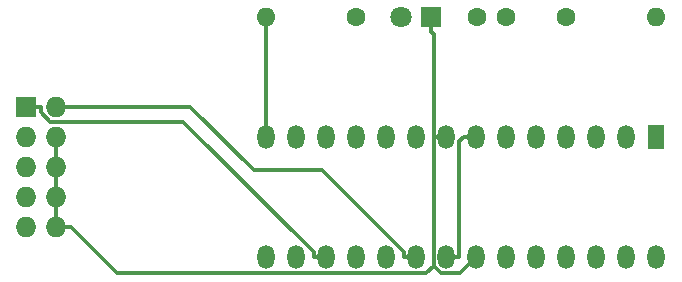
<source format=gbr>
%TF.GenerationSoftware,KiCad,Pcbnew,5.1.6-c6e7f7d~86~ubuntu18.04.1*%
%TF.CreationDate,2020-05-25T18:42:42+02:00*%
%TF.ProjectId,atmega_prog_adapter_v1,61746d65-6761-45f7-9072-6f675f616461,1.0*%
%TF.SameCoordinates,PX60e4b00PY60e4b00*%
%TF.FileFunction,Copper,L2,Bot*%
%TF.FilePolarity,Positive*%
%FSLAX46Y46*%
G04 Gerber Fmt 4.6, Leading zero omitted, Abs format (unit mm)*
G04 Created by KiCad (PCBNEW 5.1.6-c6e7f7d~86~ubuntu18.04.1) date 2020-05-25 18:42:42*
%MOMM*%
%LPD*%
G01*
G04 APERTURE LIST*
%TA.AperFunction,ComponentPad*%
%ADD10C,1.600000*%
%TD*%
%TA.AperFunction,ComponentPad*%
%ADD11R,1.800000X1.800000*%
%TD*%
%TA.AperFunction,ComponentPad*%
%ADD12C,1.800000*%
%TD*%
%TA.AperFunction,ComponentPad*%
%ADD13R,1.727200X1.727200*%
%TD*%
%TA.AperFunction,ComponentPad*%
%ADD14O,1.727200X1.727200*%
%TD*%
%TA.AperFunction,ComponentPad*%
%ADD15O,1.600000X1.600000*%
%TD*%
%TA.AperFunction,ComponentPad*%
%ADD16R,1.440000X2.000000*%
%TD*%
%TA.AperFunction,ComponentPad*%
%ADD17O,1.440000X2.000000*%
%TD*%
%TA.AperFunction,Conductor*%
%ADD18C,0.350000*%
%TD*%
G04 APERTURE END LIST*
D10*
%TO.P,C1,1*%
%TO.N,Net-(C1-Pad1)*%
X45720000Y27940000D03*
%TO.P,C1,2*%
%TO.N,GND*%
X43220000Y27940000D03*
%TD*%
D11*
%TO.P,D1,1*%
%TO.N,GND*%
X39370000Y27940000D03*
D12*
%TO.P,D1,2*%
%TO.N,Net-(D1-Pad2)*%
X36830000Y27940000D03*
%TD*%
D13*
%TO.P,J1,1*%
%TO.N,/MOSI*%
X5080000Y20320000D03*
D14*
%TO.P,J1,2*%
%TO.N,Net-(C1-Pad1)*%
X7620000Y20320000D03*
%TO.P,J1,3*%
%TO.N,Net-(J1-Pad3)*%
X5080000Y17780000D03*
%TO.P,J1,4*%
%TO.N,GND*%
X7620000Y17780000D03*
%TO.P,J1,5*%
%TO.N,/RESET*%
X5080000Y15240000D03*
%TO.P,J1,6*%
%TO.N,GND*%
X7620000Y15240000D03*
%TO.P,J1,7*%
%TO.N,/SCK*%
X5080000Y12700000D03*
%TO.P,J1,8*%
%TO.N,GND*%
X7620000Y12700000D03*
%TO.P,J1,9*%
%TO.N,/MISO*%
X5080000Y10160000D03*
%TO.P,J1,10*%
%TO.N,GND*%
X7620000Y10160000D03*
%TD*%
D10*
%TO.P,R1,1*%
%TO.N,Net-(C1-Pad1)*%
X50800000Y27940000D03*
D15*
%TO.P,R1,2*%
%TO.N,/RESET*%
X58420000Y27940000D03*
%TD*%
%TO.P,R2,2*%
%TO.N,Net-(R2-Pad2)*%
X25400000Y27940000D03*
D10*
%TO.P,R2,1*%
%TO.N,Net-(D1-Pad2)*%
X33020000Y27940000D03*
%TD*%
D16*
%TO.P,U1,1*%
%TO.N,/RESET*%
X58420000Y17780000D03*
D17*
%TO.P,U1,28*%
%TO.N,Net-(U1-Pad28)*%
X58420000Y7620000D03*
%TO.P,U1,2*%
%TO.N,Net-(U1-Pad2)*%
X55880000Y17780000D03*
%TO.P,U1,27*%
%TO.N,Net-(U1-Pad27)*%
X55880000Y7620000D03*
%TO.P,U1,3*%
%TO.N,Net-(U1-Pad3)*%
X53340000Y17780000D03*
%TO.P,U1,26*%
%TO.N,Net-(U1-Pad26)*%
X53340000Y7620000D03*
%TO.P,U1,4*%
%TO.N,Net-(U1-Pad4)*%
X50800000Y17780000D03*
%TO.P,U1,25*%
%TO.N,Net-(U1-Pad25)*%
X50800000Y7620000D03*
%TO.P,U1,5*%
%TO.N,Net-(U1-Pad5)*%
X48260000Y17780000D03*
%TO.P,U1,24*%
%TO.N,Net-(U1-Pad24)*%
X48260000Y7620000D03*
%TO.P,U1,6*%
%TO.N,Net-(U1-Pad6)*%
X45720000Y17780000D03*
%TO.P,U1,23*%
%TO.N,Net-(U1-Pad23)*%
X45720000Y7620000D03*
%TO.P,U1,7*%
%TO.N,Net-(C1-Pad1)*%
X43180000Y17780000D03*
%TO.P,U1,22*%
%TO.N,GND*%
X43180000Y7620000D03*
%TO.P,U1,8*%
X40640000Y17780000D03*
%TO.P,U1,21*%
%TO.N,Net-(C1-Pad1)*%
X40640000Y7620000D03*
%TO.P,U1,9*%
%TO.N,Net-(U1-Pad9)*%
X38100000Y17780000D03*
%TO.P,U1,20*%
%TO.N,Net-(C1-Pad1)*%
X38100000Y7620000D03*
%TO.P,U1,10*%
%TO.N,Net-(U1-Pad10)*%
X35560000Y17780000D03*
%TO.P,U1,19*%
%TO.N,/SCK*%
X35560000Y7620000D03*
%TO.P,U1,11*%
%TO.N,Net-(U1-Pad11)*%
X33020000Y17780000D03*
%TO.P,U1,18*%
%TO.N,/MISO*%
X33020000Y7620000D03*
%TO.P,U1,12*%
%TO.N,Net-(U1-Pad12)*%
X30480000Y17780000D03*
%TO.P,U1,17*%
%TO.N,/MOSI*%
X30480000Y7620000D03*
%TO.P,U1,13*%
%TO.N,Net-(U1-Pad13)*%
X27940000Y17780000D03*
%TO.P,U1,16*%
%TO.N,Net-(U1-Pad16)*%
X27940000Y7620000D03*
%TO.P,U1,14*%
%TO.N,Net-(R2-Pad2)*%
X25400000Y17780000D03*
%TO.P,U1,15*%
%TO.N,Net-(U1-Pad15)*%
X25400000Y7620000D03*
%TD*%
D18*
%TO.N,Net-(C1-Pad1)*%
X40640000Y7620000D02*
X41735300Y7620000D01*
X43180000Y17780000D02*
X42084700Y17780000D01*
X41735300Y7620000D02*
X41735300Y17430600D01*
X41735300Y17430600D02*
X42084700Y17780000D01*
X38100000Y7620000D02*
X37004700Y7620000D01*
X37004700Y7620000D02*
X37004700Y8030700D01*
X37004700Y8030700D02*
X30083100Y14952300D01*
X30083100Y14952300D02*
X24304600Y14952300D01*
X24304600Y14952300D02*
X18936900Y20320000D01*
X18936900Y20320000D02*
X7620000Y20320000D01*
%TO.N,GND*%
X7620000Y10160000D02*
X8858900Y10160000D01*
X39544700Y6872200D02*
X39544700Y17780000D01*
X43180000Y7620000D02*
X41797700Y6237700D01*
X41797700Y6237700D02*
X40179200Y6237700D01*
X40179200Y6237700D02*
X39544700Y6872200D01*
X8858900Y10160000D02*
X12774300Y6244600D01*
X12774300Y6244600D02*
X38917100Y6244600D01*
X38917100Y6244600D02*
X39544700Y6872200D01*
X7620000Y12700000D02*
X7620000Y10160000D01*
X7620000Y15240000D02*
X7620000Y17780000D01*
X7620000Y12700000D02*
X7620000Y15240000D01*
X39370000Y27940000D02*
X39370000Y26664700D01*
X40640000Y17780000D02*
X39544700Y17780000D01*
X39544700Y17780000D02*
X39544700Y26490000D01*
X39544700Y26490000D02*
X39370000Y26664700D01*
%TO.N,/MOSI*%
X6318900Y20320000D02*
X6318900Y19855300D01*
X6318900Y19855300D02*
X7093100Y19081100D01*
X7093100Y19081100D02*
X18334300Y19081100D01*
X18334300Y19081100D02*
X29384700Y8030700D01*
X29384700Y8030700D02*
X29384700Y7620000D01*
X5080000Y20320000D02*
X6318900Y20320000D01*
X30480000Y7620000D02*
X29384700Y7620000D01*
%TO.N,Net-(R2-Pad2)*%
X25400000Y17780000D02*
X25400000Y27940000D01*
%TD*%
M02*

</source>
